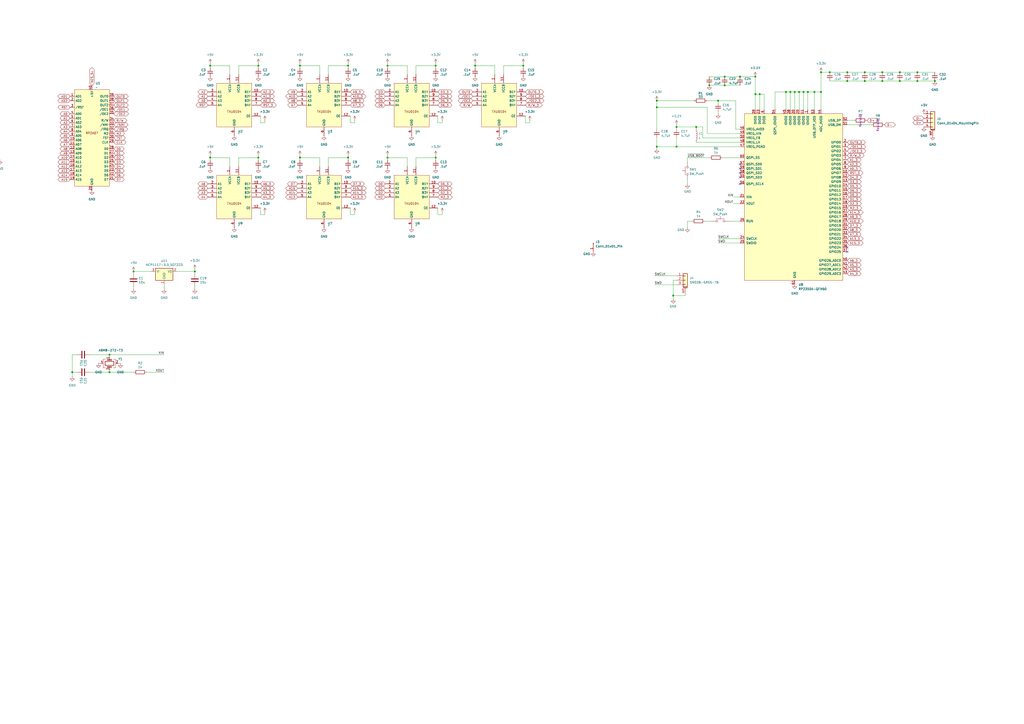
<source format=kicad_sch>
(kicad_sch (version 20250114) (generator "eeschema") (generator_version "9.0")
  (paper "A2")
  (junction (at 63.5 205.74))
  (junction (at 461.01 53.34))
  (junction (at 511.81 41.91))
  (junction (at 77.47 157.48))
  (junction (at 381 62.23))
  (junction (at 511.81 46.99))
  (junction (at 149.86 91.44))
  (junction (at 440.69 54.61))
  (junction (at 416.56 58.42))
  (junction (at 438.15 54.61))
  (junction (at 403.86 73.66))
  (junction (at 458.47 53.34))
  (junction (at 201.93 91.44))
  (junction (at 149.86 38.1))
  (junction (at 201.93 38.1))
  (junction (at 420.37 44.45))
  (junction (at 532.13 41.91))
  (junction (at -11.43 39.37))
  (junction (at 521.97 46.99))
  (junction (at 466.09 53.34))
  (junction (at 455.93 53.34))
  (junction (at 429.26 44.45))
  (junction (at 173.99 38.1))
  (junction (at 411.48 49.53))
  (junction (at 501.65 41.91))
  (junction (at 476.25 53.34))
  (junction (at 224.79 91.44))
  (junction (at 521.97 41.91))
  (junction (at 275.59 38.1))
  (junction (at 392.43 85.09))
  (junction (at 468.63 53.34))
  (junction (at 113.03 157.48))
  (junction (at 121.92 38.1))
  (junction (at 121.92 91.44))
  (junction (at 542.29 46.99))
  (junction (at 303.53 38.1))
  (junction (at 252.73 91.44))
  (junction (at 491.49 46.99))
  (junction (at 491.49 41.91))
  (junction (at 532.13 46.99))
  (junction (at 173.99 91.44))
  (junction (at 476.25 41.91))
  (junction (at 390.525 171.45))
  (junction (at 381 58.42))
  (junction (at 41.91 215.9))
  (junction (at 481.33 41.91))
  (junction (at 252.73 38.1))
  (junction (at 472.44 53.34))
  (junction (at 381 85.09))
  (junction (at 420.37 49.53))
  (junction (at 224.79 38.1))
  (junction (at 463.55 53.34))
  (junction (at 63.5 215.9))
  (junction (at 392.43 73.66))
  (junction (at 501.65 46.99))
  (junction (at 438.15 44.45))
  (no_connect (at 491.49 143.51))
  (no_connect (at 429.26 95.25))
  (no_connect (at 429.26 100.33))
  (no_connect (at 429.26 97.79))
  (no_connect (at 429.26 106.68))
  (no_connect (at 429.26 102.87))
  (no_connect (at 491.49 146.05))
  (wire (pts (xy 458.47 53.34) (xy 461.01 53.34)))
  (wire (pts (xy 205.74 71.12) (xy 205.74 69.85)))
  (wire (pts (xy 381 62.23) (xy 381 74.93)))
  (wire (pts (xy 443.23 63.5) (xy 443.23 54.61)))
  (wire (pts (xy 138.43 38.1) (xy 149.86 38.1)))
  (wire (pts (xy 190.5 91.44) (xy 190.5 96.52)))
  (wire (pts (xy 254 67.31) (xy 254 71.12)))
  (wire (pts (xy 390.525 171.45) (xy 390.525 173.355)))
  (wire (pts (xy 419.1 91.44) (xy 429.26 91.44)))
  (wire (pts (xy -11.43 39.37) (xy -11.43 41.91)))
  (wire (pts (xy 410.21 62.23) (xy 381 62.23)))
  (wire (pts (xy 408.94 128.27) (xy 412.75 128.27)))
  (wire (pts (xy 429.26 85.09) (xy 392.43 85.09)))
  (wire (pts (xy 121.92 38.1) (xy 121.92 39.37)))
  (wire (pts (xy 252.73 90.17) (xy 252.73 91.44)))
  (wire (pts (xy 466.09 63.5) (xy 466.09 53.34)))
  (wire (pts (xy 185.42 38.1) (xy 173.99 38.1)))
  (wire (pts (xy 443.23 54.61) (xy 440.69 54.61)))
  (wire (pts (xy 133.35 91.44) (xy 121.92 91.44)))
  (wire (pts (xy 287.02 38.1) (xy 287.02 43.18)))
  (wire (pts (xy 438.15 54.61) (xy 438.15 63.5)))
  (wire (pts (xy 416.56 64.77) (xy 416.56 66.04)))
  (wire (pts (xy 461.01 53.34) (xy 463.55 53.34)))
  (wire (pts (xy 203.2 67.31) (xy 203.2 71.12)))
  (wire (pts (xy 449.58 53.34) (xy 455.93 53.34)))
  (wire (pts (xy -11.43 92.71) (xy 0 92.71)))
  (wire (pts (xy 463.55 53.34) (xy 466.09 53.34)))
  (wire (pts (xy 41.91 215.9) (xy 41.91 218.44)))
  (wire (pts (xy 429.26 74.93) (xy 426.72 74.93)))
  (wire (pts (xy 138.43 91.44) (xy 149.86 91.44)))
  (wire (pts (xy 224.79 91.44) (xy 224.79 92.71)))
  (wire (pts (xy 236.22 38.1) (xy 236.22 43.18)))
  (wire (pts (xy 173.99 38.1) (xy 173.99 39.37)))
  (wire (pts (xy 379.73 165.1) (xy 392.43 165.1)))
  (wire (pts (xy 455.93 63.5) (xy 455.93 53.34)))
  (wire (pts (xy 307.34 71.12) (xy 307.34 69.85)))
  (wire (pts (xy 224.79 38.1) (xy 224.79 39.37)))
  (wire (pts (xy 476.25 41.91) (xy 476.25 53.34)))
  (wire (pts (xy 190.5 38.1) (xy 190.5 43.18)))
  (wire (pts (xy 241.3 91.44) (xy 252.73 91.44)))
  (wire (pts (xy 252.73 91.44) (xy 252.73 92.71)))
  (wire (pts (xy 381 80.01) (xy 381 85.09)))
  (wire (pts (xy 463.55 63.5) (xy 463.55 53.34)))
  (wire (pts (xy 292.1 38.1) (xy 303.53 38.1)))
  (wire (pts (xy 411.48 49.53) (xy 420.37 49.53)))
  (wire (pts (xy 416.56 138.43) (xy 429.26 138.43)))
  (wire (pts (xy 68.58 210.82) (xy 69.85 210.82)))
  (wire (pts (xy 44.45 215.9) (xy 41.91 215.9)))
  (wire (pts (xy 403.86 82.55) (xy 429.26 82.55)))
  (wire (pts (xy 254 120.65) (xy 254 124.46)))
  (wire (pts (xy 224.79 90.17) (xy 224.79 91.44)))
  (wire (pts (xy 426.72 58.42) (xy 416.56 58.42)))
  (wire (pts (xy 420.37 49.53) (xy 429.26 49.53)))
  (wire (pts (xy 407.67 73.66) (xy 407.67 80.01)))
  (wire (pts (xy 201.93 36.83) (xy 201.93 38.1)))
  (wire (pts (xy 173.99 90.17) (xy 173.99 91.44)))
  (wire (pts (xy 85.09 215.9) (xy 95.25 215.9)))
  (wire (pts (xy 511.81 41.91) (xy 521.97 41.91)))
  (wire (pts (xy 113.03 158.75) (xy 113.03 157.48)))
  (wire (pts (xy 398.78 91.44) (xy 398.78 93.98)))
  (wire (pts (xy 185.42 91.44) (xy 185.42 96.52)))
  (wire (pts (xy 407.67 73.66) (xy 403.86 73.66)))
  (wire (pts (xy 203.2 120.65) (xy 203.2 124.46)))
  (wire (pts (xy 398.78 104.14) (xy 398.78 106.68)))
  (wire (pts (xy 133.35 38.1) (xy 121.92 38.1)))
  (wire (pts (xy 275.59 38.1) (xy 275.59 39.37)))
  (wire (pts (xy 458.47 63.5) (xy 458.47 53.34)))
  (wire (pts (xy 381 85.09) (xy 381 86.36)))
  (wire (pts (xy 532.13 46.99) (xy 542.29 46.99)))
  (wire (pts (xy 472.44 63.5) (xy 472.44 53.34)))
  (wire (pts (xy 501.65 41.91) (xy 511.81 41.91)))
  (wire (pts (xy 472.44 53.34) (xy 476.25 53.34)))
  (wire (pts (xy 254 124.46) (xy 256.54 124.46)))
  (wire (pts (xy 149.86 36.83) (xy 149.86 38.1)))
  (wire (pts (xy 121.92 90.17) (xy 121.92 91.44)))
  (wire (pts (xy 426.72 58.42) (xy 426.72 74.93)))
  (wire (pts (xy 113.03 157.48) (xy 113.03 156.21)))
  (wire (pts (xy 411.48 44.45) (xy 420.37 44.45)))
  (wire (pts (xy 532.13 41.91) (xy 542.29 41.91)))
  (wire (pts (xy 41.91 205.74) (xy 41.91 215.9)))
  (wire (pts (xy 521.97 41.91) (xy 532.13 41.91)))
  (wire (pts (xy 422.91 128.27) (xy 429.26 128.27)))
  (wire (pts (xy 440.69 54.61) (xy 438.15 54.61)))
  (wire (pts (xy 57.15 210.82) (xy 58.42 210.82)))
  (wire (pts (xy 379.73 160.02) (xy 392.43 160.02)))
  (wire (pts (xy 241.3 38.1) (xy 241.3 43.18)))
  (wire (pts (xy 292.1 38.1) (xy 292.1 43.18)))
  (wire (pts (xy 303.53 36.83) (xy 303.53 38.1)))
  (wire (pts (xy 275.59 36.83) (xy 275.59 38.1)))
  (wire (pts (xy 466.09 53.34) (xy 468.63 53.34)))
  (wire (pts (xy 429.26 44.45) (xy 438.15 44.45)))
  (wire (pts (xy 87.63 157.48) (xy 77.47 157.48)))
  (wire (pts (xy 77.47 158.75) (xy 77.47 157.48)))
  (wire (pts (xy 236.22 38.1) (xy 224.79 38.1)))
  (wire (pts (xy 133.35 38.1) (xy 133.35 43.18)))
  (wire (pts (xy 190.5 38.1) (xy 201.93 38.1)))
  (wire (pts (xy 173.99 36.83) (xy 173.99 38.1)))
  (wire (pts (xy 501.65 46.99) (xy 511.81 46.99)))
  (wire (pts (xy 461.01 63.5) (xy 461.01 53.34)))
  (wire (pts (xy 397.51 170.18) (xy 397.51 171.45)))
  (wire (pts (xy 185.42 38.1) (xy 185.42 43.18)))
  (wire (pts (xy 252.73 36.83) (xy 252.73 38.1)))
  (wire (pts (xy 151.13 67.31) (xy 151.13 71.12)))
  (wire (pts (xy 44.45 205.74) (xy 41.91 205.74)))
  (wire (pts (xy 411.48 91.44) (xy 398.78 91.44)))
  (wire (pts (xy 151.13 71.12) (xy 153.67 71.12)))
  (wire (pts (xy 241.3 91.44) (xy 241.3 96.52)))
  (wire (pts (xy 390.525 171.45) (xy 397.51 171.45)))
  (wire (pts (xy 410.21 58.42) (xy 416.56 58.42)))
  (wire (pts (xy 203.2 71.12) (xy 205.74 71.12)))
  (wire (pts (xy 77.47 166.37) (xy 77.47 167.64)))
  (wire (pts (xy 381 85.09) (xy 392.43 85.09)))
  (wire (pts (xy 429.26 77.47) (xy 410.21 77.47)))
  (wire (pts (xy 241.3 38.1) (xy 252.73 38.1)))
  (wire (pts (xy 392.43 73.66) (xy 392.43 74.93)))
  (wire (pts (xy 63.5 207.01) (xy 63.5 205.74)))
  (wire (pts (xy 481.33 41.91) (xy 491.49 41.91)))
  (wire (pts (xy 440.69 63.5) (xy 440.69 54.61)))
  (wire (pts (xy 236.22 91.44) (xy 224.79 91.44)))
  (wire (pts (xy 287.02 38.1) (xy 275.59 38.1)))
  (wire (pts (xy 256.54 71.12) (xy 256.54 69.85)))
  (wire (pts (xy 392.43 85.09) (xy 392.43 80.01)))
  (wire (pts (xy 153.67 124.46) (xy 153.67 123.19)))
  (wire (pts (xy 133.35 91.44) (xy 133.35 96.52)))
  (wire (pts (xy 304.8 67.31) (xy 304.8 71.12)))
  (wire (pts (xy 491.49 72.39) (xy 505.46 72.39)))
  (wire (pts (xy 63.5 205.74) (xy 95.25 205.74)))
  (wire (pts (xy 521.97 46.99) (xy 532.13 46.99)))
  (wire (pts (xy 304.8 71.12) (xy 307.34 71.12)))
  (wire (pts (xy 401.32 128.27) (xy 398.78 128.27)))
  (wire (pts (xy 63.5 214.63) (xy 63.5 215.9)))
  (wire (pts (xy 392.43 73.66) (xy 392.43 72.39)))
  (wire (pts (xy 481.33 46.99) (xy 491.49 46.99)))
  (wire (pts (xy 201.93 38.1) (xy 201.93 39.37)))
  (wire (pts (xy 52.07 215.9) (xy 63.5 215.9)))
  (wire (pts (xy 102.87 157.48) (xy 113.03 157.48)))
  (wire (pts (xy 149.86 38.1) (xy 149.86 39.37)))
  (wire (pts (xy 390.525 162.56) (xy 390.525 171.45)))
  (wire (pts (xy 491.49 41.91) (xy 501.65 41.91)))
  (wire (pts (xy 403.86 73.66) (xy 403.86 74.93)))
  (wire (pts (xy 95.25 165.1) (xy 95.25 167.64)))
  (wire (pts (xy 205.74 124.46) (xy 205.74 123.19)))
  (wire (pts (xy 236.22 91.44) (xy 236.22 96.52)))
  (wire (pts (xy 63.5 215.9) (xy 77.47 215.9)))
  (wire (pts (xy 224.79 36.83) (xy 224.79 38.1)))
  (wire (pts (xy 468.63 63.5) (xy 468.63 53.34)))
  (wire (pts (xy 138.43 91.44) (xy 138.43 96.52)))
  (wire (pts (xy 153.67 71.12) (xy 153.67 69.85)))
  (wire (pts (xy 381 58.42) (xy 381 62.23)))
  (wire (pts (xy 113.03 166.37) (xy 113.03 167.64)))
  (wire (pts (xy 121.92 36.83) (xy 121.92 38.1)))
  (wire (pts (xy 491.49 69.85) (xy 495.3 69.85)))
  (wire (pts (xy 438.15 44.45) (xy 438.15 54.61)))
  (wire (pts (xy 149.86 91.44) (xy 149.86 92.71)))
  (wire (pts (xy 511.81 46.99) (xy 521.97 46.99)))
  (wire (pts (xy 254 71.12) (xy 256.54 71.12)))
  (wire (pts (xy 190.5 91.44) (xy 201.93 91.44)))
  (wire (pts (xy -11.43 38.1) (xy -2.54 38.1)))
  (wire (pts (xy 425.45 114.3) (xy 429.26 114.3)))
  (wire (pts (xy 476.25 53.34) (xy 476.25 63.5)))
  (wire (pts (xy 455.93 53.34) (xy 458.47 53.34)))
  (wire (pts (xy 468.63 53.34) (xy 472.44 53.34)))
  (wire (pts (xy 52.07 205.74) (xy 63.5 205.74)))
  (wire (pts (xy 151.13 120.65) (xy 151.13 124.46)))
  (wire (pts (xy 491.49 46.99) (xy 501.65 46.99)))
  (wire (pts (xy 173.99 91.44) (xy 173.99 92.71)))
  (wire (pts (xy 403.86 73.66) (xy 392.43 73.66)))
  (wire (pts (xy 425.45 118.11) (xy 429.26 118.11)))
  (wire (pts (xy 252.73 38.1) (xy 252.73 39.37)))
  (wire (pts (xy -11.43 39.37) (xy -11.43 38.1)))
  (wire (pts (xy 416.56 58.42) (xy 416.56 59.69)))
  (wire (pts (xy 256.54 124.46) (xy 256.54 123.19)))
  (wire (pts (xy 138.43 38.1) (xy 138.43 43.18)))
  (wire (pts (xy 420.37 44.45) (xy 429.26 44.45)))
  (wire (pts (xy 149.86 90.17) (xy 149.86 91.44)))
  (wire (pts (xy 203.2 124.46) (xy 205.74 124.46)))
  (wire (pts (xy 151.13 124.46) (xy 153.67 124.46)))
  (wire (pts (xy 201.93 90.17) (xy 201.93 91.44)))
  (wire (pts (xy 398.78 128.27) (xy 398.78 132.08)))
  (wire (pts (xy 121.92 91.44) (xy 121.92 92.71)))
  (wire (pts (xy 429.26 80.01) (xy 407.67 80.01)))
  (wire (pts (xy 410.21 62.23) (xy 410.21 77.47)))
  (wire (pts (xy 185.42 91.44) (xy 173.99 91.44)))
  (wire (pts (xy 201.93 91.44) (xy 201.93 92.71)))
  (wire (pts (xy 449.58 63.5) (xy 449.58 53.34)))
  (wire (pts (xy 392.43 162.56) (xy 390.525 162.56)))
  (wire (pts (xy 481.33 41.91) (xy 476.25 41.91)))
  (wire (pts (xy 416.56 140.97) (xy 429.26 140.97)))
  (wire (pts (xy 303.53 38.1) (xy 303.53 39.37)))
  (wire (pts (xy 381 58.42) (xy 402.59 58.42)))
  (label "SWD" (at 416.56 140.97 0))
  (label "XOUT" (at 95.25 215.9 180))
  (label "SWCLK" (at 416.56 138.43 0))
  (label "SWCLK" (at 379.73 160.02 0))
  (label "SWD" (at 379.73 165.1 0))
  (label "XIN" (at 425.45 114.3 180))
  (label "~{USB_BOOT}" (at 398.78 91.44 0))
  (label "XIN" (at 95.25 205.74 180))
  (label "XOUT" (at 425.45 118.11 180))
  (global_label "OUT0_3" (shape bidirectional) (at 304.8 53.34 0) (property "Intersheetrefs" "${INTERSHEET_REFS}" (effects (hide yes))))
  (global_label "CLK" (shape bidirectional) (at 66.04 82.55 0) (property "Intersheetrefs" "${INTERSHEET_REFS}" (effects (hide yes))))
  (global_label "D3" (shape bidirectional) (at -11.43 105.41 0) (property "Intersheetrefs" "${INTERSHEET_REFS}" (effects (hide yes))))
  (global_label "M2" (shape bidirectional) (at 66.04 77.47 0) (property "Intersheetrefs" "${INTERSHEET_REFS}" (effects (hide yes))))
  (global_label "D5" (shape bidirectional) (at -11.43 100.33 0) (property "Intersheetrefs" "${INTERSHEET_REFS}" (effects (hide yes))))
  (global_label "A15" (shape bidirectional) (at 172.72 109.22 180) (property "Intersheetrefs" "${INTERSHEET_REFS}" (effects (hide yes))))
  (global_label "D7" (shape bidirectional) (at 172.72 106.68 180) (property "Intersheetrefs" "${INTERSHEET_REFS}" (effects (hide yes))))
  (global_label "A6" (shape bidirectional) (at 120.65 106.68 180) (property "Intersheetrefs" "${INTERSHEET_REFS}" (effects (hide yes))))
  (global_label "{slash}OE1" (shape bidirectional) (at 274.32 55.88 180) (property "Intersheetrefs" "${INTERSHEET_REFS}" (effects (hide yes))))
  (global_label "A0_3" (shape bidirectional) (at 151.13 58.42 0) (property "Intersheetrefs" "${INTERSHEET_REFS}" (effects (hide yes))))
  (global_label "D2" (shape bidirectional) (at -11.43 107.95 0) (property "Intersheetrefs" "${INTERSHEET_REFS}" (effects (hide yes))))
  (global_label "OUT0" (shape bidirectional) (at 66.04 55.88 0) (property "Intersheetrefs" "${INTERSHEET_REFS}" (effects (hide yes))))
  (global_label "A7" (shape bidirectional) (at 40.64 83.82 180) (property "Intersheetrefs" "${INTERSHEET_REFS}" (effects (hide yes))))
  (global_label "A13" (shape bidirectional) (at 172.72 114.3 180) (property "Intersheetrefs" "${INTERSHEET_REFS}" (effects (hide yes))))
  (global_label "A13_3" (shape bidirectional) (at 203.2 114.3 0) (property "Intersheetrefs" "${INTERSHEET_REFS}" (effects (hide yes))))
  (global_label "{slash}NMI" (shape bidirectional) (at 66.04 72.39 0) (property "Intersheetrefs" "${INTERSHEET_REFS}" (effects (hide yes))))
  (global_label "A7" (shape bidirectional) (at -11.43 69.85 0) (property "Intersheetrefs" "${INTERSHEET_REFS}" (effects (hide yes))))
  (global_label "A2_3" (shape bidirectional) (at 151.13 53.34 0) (property "Intersheetrefs" "${INTERSHEET_REFS}" (effects (hide yes))))
  (global_label "D-" (shape bidirectional) (at 535.94 68.58 180) (property "Intersheetrefs" "${INTERSHEET_REFS}" (effects (hide yes))))
  (global_label "{slash}OE1" (shape bidirectional) (at -11.43 133.35 0) (property "Intersheetrefs" "${INTERSHEET_REFS}" (effects (hide yes))))
  (global_label "A0" (shape bidirectional) (at 40.64 66.04 180) (property "Intersheetrefs" "${INTERSHEET_REFS}" (effects (hide yes))))
  (global_label "A8" (shape bidirectional) (at 40.64 86.36 180) (property "Intersheetrefs" "${INTERSHEET_REFS}" (effects (hide yes))))
  (global_label "D7_3" (shape bidirectional) (at 491.49 130.81 0) (property "Intersheetrefs" "${INTERSHEET_REFS}" (effects (hide yes))))
  (global_label "A0_3" (shape bidirectional) (at 491.49 97.79 0) (property "Intersheetrefs" "${INTERSHEET_REFS}" (effects (hide yes))))
  (global_label "AD2" (shape bidirectional) (at 40.64 58.42 180) (property "Intersheetrefs" "${INTERSHEET_REFS}" (effects (hide yes))))
  (global_label "A11" (shape bidirectional) (at 40.64 93.98 180) (property "Intersheetrefs" "${INTERSHEET_REFS}" (effects (hide yes))))
  (global_label "{slash}OE2" (shape bidirectional) (at 274.32 58.42 180) (property "Intersheetrefs" "${INTERSHEET_REFS}" (effects (hide yes))))
  (global_label "A6_3" (shape bidirectional) (at 151.13 106.68 0) (property "Intersheetrefs" "${INTERSHEET_REFS}" (effects (hide yes))))
  (global_label "D5" (shape bidirectional) (at 223.52 58.42 180) (property "Intersheetrefs" "${INTERSHEET_REFS}" (effects (hide yes))))
  (global_label "A9" (shape bidirectional) (at -11.43 74.93 0) (property "Intersheetrefs" "${INTERSHEET_REFS}" (effects (hide yes))))
  (global_label "OUT2" (shape bidirectional) (at 66.04 60.96 0) (property "Intersheetrefs" "${INTERSHEET_REFS}" (effects (hide yes))))
  (global_label "M2" (shape bidirectional) (at 223.52 114.3 180) (property "Intersheetrefs" "${INTERSHEET_REFS}" (effects (hide yes))))
  (global_label "A13" (shape bidirectional) (at -11.43 85.09 0) (property "Intersheetrefs" "${INTERSHEET_REFS}" (effects (hide yes))))
  (global_label "A15_3" (shape bidirectional) (at 491.49 140.97 0) (property "Intersheetrefs" "${INTERSHEET_REFS}" (effects (hide yes))))
  (global_label "D4" (shape bidirectional) (at 66.04 96.52 0) (property "Intersheetrefs" "${INTERSHEET_REFS}" (effects (hide yes))))
  (global_label "{slash}OE2_3" (shape bidirectional) (at 491.49 87.63 0) (property "Intersheetrefs" "${INTERSHEET_REFS}" (effects (hide yes))))
  (global_label "{slash}OE2" (shape bidirectional) (at 66.04 66.04 0) (property "Intersheetrefs" "${INTERSHEET_REFS}" (effects (hide yes))))
  (global_label "A8" (shape bidirectional) (at -11.43 72.39 0) (property "Intersheetrefs" "${INTERSHEET_REFS}" (effects (hide yes))))
  (global_label "D6" (shape bidirectional) (at 66.04 101.6 0) (property "Intersheetrefs" "${INTERSHEET_REFS}" (effects (hide yes))))
  (global_label "A14_3" (shape bidirectional) (at 491.49 123.19 0) (property "Intersheetrefs" "${INTERSHEET_REFS}" (effects (hide yes))))
  (global_label "A3_3" (shape bidirectional) (at 491.49 156.21 0) (property "Intersheetrefs" "${INTERSHEET_REFS}" (effects (hide yes))))
  (global_label "A14" (shape bidirectional) (at 40.64 101.6 180) (property "Intersheetrefs" "${INTERSHEET_REFS}" (effects (hide yes))))
  (global_label "D4_3" (shape bidirectional) (at 491.49 102.87 0) (property "Intersheetrefs" "${INTERSHEET_REFS}" (effects (hide yes))))
  (global_label "D5_3" (shape bidirectional) (at 491.49 107.95 0) (property "Intersheetrefs" "${INTERSHEET_REFS}" (effects (hide yes))))
  (global_label "M2_3" (shape bidirectional) (at 491.49 120.65 0) (property "Intersheetrefs" "${INTERSHEET_REFS}" (effects (hide yes))))
  (global_label "A9" (shape bidirectional) (at 40.64 88.9 180) (property "Intersheetrefs" "${INTERSHEET_REFS}" (effects (hide yes))))
  (global_label "D4" (shape bidirectional) (at 223.52 55.88 180) (property "Intersheetrefs" "${INTERSHEET_REFS}" (effects (hide yes))))
  (global_label "D0" (shape bidirectional) (at -11.43 113.03 0) (property "Intersheetrefs" "${INTERSHEET_REFS}" (effects (hide yes))))
  (global_label "D1_3" (shape bidirectional) (at 491.49 115.57 0) (property "Intersheetrefs" "${INTERSHEET_REFS}" (effects (hide yes))))
  (global_label "D5" (shape bidirectional) (at 66.04 99.06 0) (property "Intersheetrefs" "${INTERSHEET_REFS}" (effects (hide yes))))
  (global_label "A12" (shape bidirectional) (at -11.43 82.55 0) (property "Intersheetrefs" "${INTERSHEET_REFS}" (effects (hide yes))))
  (global_label "RST" (shape bidirectional) (at 40.64 62.23 180) (property "Intersheetrefs" "${INTERSHEET_REFS}" (effects (hide yes))))
  (global_label "A5_3" (shape bidirectional) (at 491.49 153.67 0) (property "Intersheetrefs" "${INTERSHEET_REFS}" (effects (hide yes))))
  (global_label "A3" (shape bidirectional) (at 120.65 111.76 180) (property "Intersheetrefs" "${INTERSHEET_REFS}" (effects (hide yes))))
  (global_label "{slash}NMI" (shape bidirectional) (at -11.43 125.73 0) (property "Intersheetrefs" "${INTERSHEET_REFS}" (effects (hide yes))))
  (global_label "D0" (shape bidirectional) (at 66.04 86.36 0) (property "Intersheetrefs" "${INTERSHEET_REFS}" (effects (hide yes))))
  (global_label "A9_3" (shape bidirectional) (at 491.49 125.73 0) (property "Intersheetrefs" "${INTERSHEET_REFS}" (effects (hide yes))))
  (global_label "D6" (shape bidirectional) (at 223.52 60.96 180) (property "Intersheetrefs" "${INTERSHEET_REFS}" (effects (hide yes))))
  (global_label "A14" (shape bidirectional) (at -11.43 87.63 0) (property "Intersheetrefs" "${INTERSHEET_REFS}" (effects (hide yes))))
  (global_label "A4" (shape bidirectional) (at -11.43 62.23 0) (property "Intersheetrefs" "${INTERSHEET_REFS}" (effects (hide yes))))
  (global_label "A2_3" (shape bidirectional) (at 491.49 95.25 0) (property "Intersheetrefs" "${INTERSHEET_REFS}" (effects (hide yes))))
  (global_label "D6_3" (shape bidirectional) (at 254 60.96 0) (property "Intersheetrefs" "${INTERSHEET_REFS}" (effects (hide yes))))
  (global_label "A3" (shape bidirectional) (at 40.64 73.66 180) (property "Intersheetrefs" "${INTERSHEET_REFS}" (effects (hide yes))))
  (global_label "R{slash}W_3" (shape bidirectional) (at 491.49 90.17 0) (property "Intersheetrefs" "${INTERSHEET_REFS}" (effects (hide yes))))
  (global_label "RST" (shape bidirectional) (at -11.43 49.53 0) (property "Intersheetrefs" "${INTERSHEET_REFS}" (effects (hide yes))))
  (global_label "TST" (shape bidirectional) (at 66.04 80.01 0) (property "Intersheetrefs" "${INTERSHEET_REFS}" (effects (hide yes))))
  (global_label "R{slash}W" (shape bidirectional) (at 274.32 60.96 180) (property "Intersheetrefs" "${INTERSHEET_REFS}" (effects (hide yes))))
  (global_label "A3_3" (shape bidirectional) (at 151.13 111.76 0) (property "Intersheetrefs" "${INTERSHEET_REFS}" (effects (hide yes))))
  (global_label "D-" (shape bidirectional) (at 513.08 72.39 0) (property "Intersheetrefs" "${INTERSHEET_REFS}" (effects (hide yes))))
  (global_label "A9" (shape bidirectional) (at 172.72 53.34 180) (property "Intersheetrefs" "${INTERSHEET_REFS}" (effects (hide yes))))
  (global_label "A7" (shape bidirectional) (at 172.72 60.96 180) (property "Intersheetrefs" "${INTERSHEET_REFS}" (effects (hide yes))))
  (global_label "A5" (shape bidirectional) (at 40.64 78.74 180) (property "Intersheetrefs" "${INTERSHEET_REFS}" (effects (hide yes))))
  (global_label "NES_5v" (shape bidirectional) (at 53.34 49.53 90) (property "Intersheetrefs" "${INTERSHEET_REFS}" (effects (hide yes))))
  (global_label "D1_3" (shape bidirectional) (at 254 109.22 0) (property "Intersheetrefs" "${INTERSHEET_REFS}" (effects (hide yes))))
  (global_label "A7_3" (shape bidirectional) (at 203.2 60.96 0) (property "Intersheetrefs" "${INTERSHEET_REFS}" (effects (hide yes))))
  (global_label "D7_3" (shape bidirectional) (at 203.2 106.68 0) (property "Intersheetrefs" "${INTERSHEET_REFS}" (effects (hide yes))))
  (global_label "{slash}OE2_3" (shape bidirectional) (at 304.8 58.42 0) (property "Intersheetrefs" "${INTERSHEET_REFS}" (effects (hide yes))))
  (global_label "D0_3" (shape bidirectional) (at 491.49 113.03 0) (property "Intersheetrefs" "${INTERSHEET_REFS}" (effects (hide yes))))
  (global_label "A10" (shape bidirectional) (at -11.43 77.47 0) (property "Intersheetrefs" "${INTERSHEET_REFS}" (effects (hide yes))))
  (global_label "{slash}OE1_3" (shape bidirectional) (at 491.49 85.09 0) (property "Intersheetrefs" "${INTERSHEET_REFS}" (effects (hide yes))))
  (global_label "D1" (shape bidirectional) (at 223.52 109.22 180) (property "Intersheetrefs" "${INTERSHEET_REFS}" (effects (hide yes))))
  (global_label "D+" (shape bidirectional) (at 535.94 71.12 180) (property "Intersheetrefs" "${INTERSHEET_REFS}" (effects (hide yes))))
  (global_label "D0_3" (shape bidirectional) (at 254 106.68 0) (property "Intersheetrefs" "${INTERSHEET_REFS}" (effects (hide yes))))
  (global_label "RST" (shape bidirectional) (at 120.65 60.96 180) (property "Intersheetrefs" "${INTERSHEET_REFS}" (effects (hide yes))))
  (global_label "A4" (shape bidirectional) (at 40.64 76.2 180) (property "Intersheetrefs" "${INTERSHEET_REFS}" (effects (hide yes))))
  (global_label "A5" (shape bidirectional) (at -11.43 64.77 0) (property "Intersheetrefs" "${INTERSHEET_REFS}" (effects (hide yes))))
  (global_label "A15" (shape bidirectional) (at 40.64 104.14 180) (property "Intersheetrefs" "${INTERSHEET_REFS}" (effects (hide yes))))
  (global_label "{slash}OE1" (shape bidirectional) (at 66.04 63.5 0) (property "Intersheetrefs" "${INTERSHEET_REFS}" (effects (hide yes))))
  (global_label "D7" (shape bidirectional) (at 66.04 104.14 0) (property "Intersheetrefs" "${INTERSHEET_REFS}" (effects (hide yes))))
  (global_label "A11" (shape bidirectional) (at -11.43 80.01 0) (property "Intersheetrefs" "${INTERSHEET_REFS}" (effects (hide yes))))
  (global_label "{slash}OE2" (shape bidirectional) (at -11.43 130.81 0) (property "Intersheetrefs" "${INTERSHEET_REFS}" (effects (hide yes))))
  (global_label "A6" (shape bidirectional) (at 40.64 81.28 180) (property "Intersheetrefs" "${INTERSHEET_REFS}" (effects (hide yes))))
  (global_label "A15_3" (shape bidirectional) (at 203.2 109.22 0) (property "Intersheetrefs" "${INTERSHEET_REFS}" (effects (hide yes))))
  (global_label "OUT0_3" (shape bidirectional) (at 491.49 82.55 0) (property "Intersheetrefs" "${INTERSHEET_REFS}" (effects (hide yes))))
  (global_label "{slash}OE1_3" (shape bidirectional) (at 304.8 55.88 0) (property "Intersheetrefs" "${INTERSHEET_REFS}" (effects (hide yes))))
  (global_label "D7" (shape bidirectional) (at -11.43 95.25 0) (property "Intersheetrefs" "${INTERSHEET_REFS}" (effects (hide yes))))
  (global_label "D3" (shape bidirectional) (at 223.52 53.34 180) (property "Intersheetrefs" "${INTERSHEET_REFS}" (effects (hide yes))))
  (global_label "A4_3" (shape bidirectional) (at 491.49 158.75 0) (property "Intersheetrefs" "${INTERSHEET_REFS}" (effects (hide yes))))
  (global_label "D4_3" (shape bidirectional) (at 254 55.88 0) (property "Intersheetrefs" "${INTERSHEET_REFS}" (effects (hide yes))))
  (global_label "A6_3" (shape bidirectional) (at 491.49 151.13 0) (property "Intersheetrefs" "${INTERSHEET_REFS}" (effects (hide yes))))
  (global_label "D2_3" (shape bidirectional) (at 491.49 118.11 0) (property "Intersheetrefs" "${INTERSHEET_REFS}" (effects (hide yes))))
  (global_label "OUT0" (shape bidirectional) (at -11.43 140.97 0) (property "Intersheetrefs" "${INTERSHEET_REFS}" (effects (hide yes))))
  (global_label "CLK" (shape bidirectional) (at -11.43 115.57 0) (property "Intersheetrefs" "${INTERSHEET_REFS}" (effects (hide yes))))
  (global_label "A5_3" (shape bidirectional) (at 151.13 109.22 0) (property "Intersheetrefs" "${INTERSHEET_REFS}" (effects (hide yes))))
  (global_label "D1" (shape bidirectional) (at 66.04 88.9 0) (property "Intersheetrefs" "${INTERSHEET_REFS}" (effects (hide yes))))
  (global_label "OUT1" (shape bidirectional) (at -11.43 138.43 0) (property "Intersheetrefs" "${INTERSHEET_REFS}" (effects (hide yes))))
  (global_label "A4_3" (shape bidirectional) (at 151.13 114.3 0) (property "Intersheetrefs" "${INTERSHEET_REFS}" (effects (hide yes))))
  (global_label "A2" (shape bidirectional) (at 120.65 53.34 180) (property "Intersheetrefs" "${INTERSHEET_REFS}" (effects (hide yes))))
  (global_label "A8_3" (shape bidirectional) (at 203.2 58.42 0) (property "Intersheetrefs" "${INTERSHEET_REFS}" (effects (hide yes))))
  (global_label "A0" (shape bidirectional) (at 120.65 58.42 180) (property "Intersheetrefs" "${INTERSHEET_REFS}" (effects (hide yes))))
  (global_label "A13" (shape bidirectional) (at 40.64 99.06 180) (property "Intersheetrefs" "${INTERSHEET_REFS}" (effects (hide yes))))
  (global_label "A6" (shape bidirectional) (at -11.43 67.31 0) (property "Intersheetrefs" "${INTERSHEET_REFS}" (effects (hide yes))))
  (global_label "A0" (shape bidirectional) (at -11.43 52.07 0) (property "Intersheetrefs" "${INTERSHEET_REFS}" (effects (hide yes))))
  (global_label "D4" (shape bidirectional) (at -11.43 102.87 0) (property "Intersheetrefs" "${INTERSHEET_REFS}" (effects (hide yes))))
  (global_label "A12" (shape bidirectional) (at 40.64 96.52 180) (property "Intersheetrefs" "${INTERSHEET_REFS}" (effects (hide yes))))
  (global_label "A3" (shape bidirectional) (at -11.43 59.69 0) (property "Intersheetrefs" "${INTERSHEET_REFS}" (effects (hide yes))))
  (global_label "RST_3" (shape bidirectional) (at 491.49 100.33 0) (property "Intersheetrefs" "${INTERSHEET_REFS}" (effects (hide yes))))
  (global_label "A10_3" (shape bidirectional) (at 491.49 128.27 0) (property "Intersheetrefs" "${INTERSHEET_REFS}" (effects (hide yes))))
  (global_label "{slash}IRQ" (shape bidirectional) (at -11.43 123.19 0) (property "Intersheetrefs" "${INTERSHEET_REFS}" (effects (hide yes))))
  (global_label "A10" (shape bidirectional) (at 40.64 91.44 180) (property "Intersheetrefs" "${INTERSHEET_REFS}" (effects (hide yes))))
  (global_label "A1" (shape bidirectional) (at -11.43 54.61 0) (property "Intersheetrefs" "${INTERSHEET_REFS}" (effects (hide yes))))
  (global_label "D3" (shape bidirectional) (at 66.04 93.98 0) (property "Intersheetrefs" "${INTERSHEET_REFS}" (effects (hide yes))))
  (global_label "A14_3" (shape bidirectional) (at 203.2 111.76 0) (property "Intersheetrefs" "${INTERSHEET_REFS}" (effects (hide yes))))
  (global_label "A14" (shape bidirectional) (at 172.72 111.76 180) (property "Intersheetrefs" "${INTERSHEET_REFS}" (effects (hide yes))))
  (global_label "OUT0" (shape bidirectional) (at 274.32 53.34 180) (property "Intersheetrefs" "${INTERSHEET_REFS}" (effects (hide yes))))
  (global_label "A1_3" (shape bidirectional) (at 151.13 55.88 0) (property "Intersheetrefs" "${INTERSHEET_REFS}" (effects (hide yes))))
  (global_label "OUT2" (shape bidirectional) (at -11.43 135.89 0) (property "Intersheetrefs" "${INTERSHEET_REFS}" (effects (hide yes))))
  (global_label "M2_3" (shape bidirectional) (at 254 114.3 0) (property "Intersheetrefs" "${INTERSHEET_REFS}" (effects (hide yes))))
  (global_label "D2" (shape bidirectional) (at 66.04 91.44 0) (property "Intersheetrefs" "${INTERSHEET_REFS}" (effects (hide yes))))
  (global_label "A15" (shape bidirectional) (at -11.43 90.17 0) (property "Intersheetrefs" "${INTERSHEET_REFS}" (effects (hide yes))))
  (global_label "D0" (shape bidirectional) (at 223.52 106.68 180) (property "Intersheetrefs" "${INTERSHEET_REFS}" (effects (hide yes))))
  (global_label "A13_3" (shape bidirectional) (at 491.49 138.43 0) (property "Intersheetrefs" "${INTERSHEET_REFS}" (effects (hide yes))))
  (global_label "D3_3" (shape bidirectional) (at 491.49 105.41 0) (property "Intersheetrefs" "${INTERSHEET_REFS}" (effects (hide yes))))
  (global_label "AD1" (shape bidirectional) (at -11.43 44.45 0) (property "Intersheetrefs" "${INTERSHEET_REFS}" (effects (hide yes))))
  (global_label "A10_3" (shape bidirectional) (at 203.2 55.88 0) (property "Intersheetrefs" "${INTERSHEET_REFS}" (effects (hide yes))))
  (global_label "OUT1" (shape bidirectional) (at 66.04 58.42 0) (property "Intersheetrefs" "${INTERSHEET_REFS}" (effects (hide yes))))
  (global_label "A2" (shape bidirectional) (at -11.43 57.15 0) (property "Intersheetrefs" "${INTERSHEET_REFS}" (effects (hide yes))))
  (global_label "R{slash}W_3" (shape bidirectional) (at 304.8 60.96 0) (property "Intersheetrefs" "${INTERSHEET_REFS}" (effects (hide yes))))
  (global_label "A7_3" (shape bidirectional) (at 491.49 135.89 0) (property "Intersheetrefs" "${INTERSHEET_REFS}" (effects (hide yes))))
  (global_label "A9_3" (shape bidirectional) (at 203.2 53.34 0) (property "Intersheetrefs" "${INTERSHEET_REFS}" (effects (hide yes))))
  (global_label "A8_3" (shape bidirectional) (at 491.49 133.35 0) (property "Intersheetrefs" "${INTERSHEET_REFS}" (effects (hide yes))))
  (global_label "A10" (shape bidirectional) (at 172.72 55.88 180) (property "Intersheetrefs" "${INTERSHEET_REFS}" (effects (hide yes))))
  (global_label "D2_3" (shape bidirectional) (at 254 111.76 0) (property "Intersheetrefs" "${INTERSHEET_REFS}" (effects (hide yes))))
  (global_label "D+" (shape bidirectional) (at 502.92 69.85 0) (property "Intersheetrefs" "${INTERSHEET_REFS}" (effects (hide yes))))
  (global_label "A4" (shape bidirectional) (at 120.65 114.3 180) (property "Intersheetrefs" "${INTERSHEET_REFS}" (effects (hide yes))))
  (global_label "R{slash}W" (shape bidirectional) (at 66.04 69.85 0) (property "Intersheetrefs" "${INTERSHEET_REFS}" (effects (hide yes))))
  (global_label "A5" (shape bidirectional) (at 120.65 109.22 180) (property "Intersheetrefs" "${INTERSHEET_REFS}" (effects (hide yes))))
  (global_label "M2" (shape bidirectional) (at -11.43 120.65 0) (property "Intersheetrefs" "${INTERSHEET_REFS}" (effects (hide yes))))
  (global_label "A2" (shape bidirectional) (at 40.64 71.12 180) (property "Intersheetrefs" "${INTERSHEET_REFS}" (effects (hide yes))))
  (global_label "TST" (shape bidirectional) (at -11.43 118.11 0) (property "Intersheetrefs" "${INTERSHEET_REFS}" (effects (hide yes))))
  (global_label "D6" (shape bidirectional) (at -11.43 97.79 0) (property "Intersheetrefs" "${INTERSHEET_REFS}" (effects (hide yes))))
  (global_label "A1" (shape bidirectional) (at 120.65 55.88 180) (property "Intersheetrefs" "${INTERSHEET_REFS}" (effects (hide yes))))
  (global_label "AD2" (shape bidirectional) (at -11.43 46.99 0) (property "Intersheetrefs" "${INTERSHEET_REFS}" (effects (hide yes))))
  (global_label "D3_3" (shape bidirectional) (at 254 53.34 0) (property "Intersheetrefs" "${INTERSHEET_REFS}" (effects (hide yes))))
  (global_label "NES_5v" (shape bidirectional) (at -11.43 143.51 0) (property "Intersheetrefs" "${INTERSHEET_REFS}" (effects (hide yes))))
  (global_label "{slash}IRQ" (shape bidirectional) (at 66.04 74.93 0) (property "Intersheetrefs" "${INTERSHEET_REFS}" (effects (hide yes))))
  (global_label "D5_3" (shape bidirectional) (at 254 58.42 0) (property "Intersheetrefs" "${INTERSHEET_REFS}" (effects (hide yes))))
  (global_label "A1" (shape bidirectional) (at 40.64 68.58 180) (property "Intersheetrefs" "${INTERSHEET_REFS}" (effects (hide yes))))
  (global_label "A8" (shape bidirectional) (at 172.72 58.42 180) (property "Intersheetrefs" "${INTERSHEET_REFS}" (effects (hide yes))))
  (global_label "D2" (shape bidirectional) (at 223.52 111.76 180) (property "Intersheetrefs" "${INTERSHEET_REFS}" (effects (hide yes))))
  (global_label "RST_3" (shape bidirectional) (at 151.13 60.96 0) (property "Intersheetrefs" "${INTERSHEET_REFS}" (effects (hide yes))))
  (global_label "R{slash}W" (shape bidirectional) (at -11.43 128.27 0) (property "Intersheetrefs" "${INTERSHEET_REFS}" (effects (hide yes))))
  (global_label "D6_3" (shape bidirectional) (at 491.49 110.49 0) (property "Intersheetrefs" "${INTERSHEET_REFS}" (effects (hide yes))))
  (global_label "AD1" (shape bidirectional) (at 40.64 55.88 180) (property "Intersheetrefs" "${INTERSHEET_REFS}" (effects (hide yes))))
  (global_label "A1_3" (shape bidirectional) (at 491.49 92.71 0) (property "Intersheetrefs" "${INTERSHEET_REFS}" (effects (hide yes))))
  (global_label "D1" (shape bidirectional) (at -11.43 110.49 0) (property "Intersheetrefs" "${INTERSHEET_REFS}" (effects (hide yes))))
  (symbol (lib_id "Device:R") (at 499.11 69.85 270) (unit 1)
    (property "Reference" "R7" (at 499.11 64.5922 90))
    (property "Value" "27" (at 499.11 66.9036 90))
    (property "Footprint" "nesceptor:C_0402_1005Metric" (effects (hide yes)))
    (property "Description" "Resistor" (at 499.11 69.85 0))
  )
  (symbol (lib_id "Device:C") (at 77.47 162.56 0) (unit 1)
    (property "Reference" "C1" (at 80.391 161.3916 0) (effects (justify left)))
    (property "Value" "10u" (at 80.391 163.703 0) (effects (justify left)))
    (property "Footprint" "Capacitor_SMD:C_0805_2012Metric" (effects (hide yes)))
    (property "Description" "Unpolarized capacitor" (effects (hide yes)))
  )
  (symbol (lib_id "nesceptor:TXU0104_RUTDTR") (at 238.76 60.96 0) (unit 1)
    (property "Reference" "U4" (at 240.9033 76.2 0) (effects (justify left)))
    (property "Value" "~" (at 240.9033 77.47 0) (effects (justify left)))
    (property "Footprint" "nesceptor:PQFP12_RUT_TEX" (effects (hide yes)))
  )
  (symbol (lib_id "power:+3.3V") (at 201.93 90.17 0) (unit 1)
    (property "Reference" "#PWR024" (effects (hide yes)))
    (property "Value" "+3.3V" (at 201.93 85.09 0))
    (property "Description" "Power symbol creates a global label with name \"+3.3V\"" (effects (hide yes)))
  )
  (symbol (lib_id "power:GND") (at 41.91 218.44 0) (unit 1)
    (property "Reference" "#PWR067" (effects (hide yes)))
    (property "Value" "GND" (at 41.91 223.52 0))
    (property "Description" "Power symbol creates a global label with name \"GND\" , ground" (effects (hide yes)))
  )
  (symbol (lib_id "nesceptor:TXU0104_RUTDTR") (at 289.56 60.96 0) (unit 1)
    (property "Reference" "U5" (at 291.7033 76.2 0) (effects (justify left)))
    (property "Value" "~" (at 291.7033 77.47 0) (effects (justify left)))
    (property "Footprint" "nesceptor:PQFP12_RUT_TEX" (effects (hide yes)))
  )
  (symbol (lib_id "power:+3.3V") (at 381 58.42 0) (unit 1)
    (property "Reference" "#PWR047" (effects (hide yes)))
    (property "Value" "+3.3V" (at 381 53.34 0))
    (property "Description" "Power symbol creates a global label with name \"+3.3V\"" (effects (hide yes)))
  )
  (symbol (lib_id "power:+3.3V") (at 256.54 69.85 0) (unit 1)
    (property "Reference" "#PWR034" (effects (hide yes)))
    (property "Value" "+3.3V" (at 256.54 64.77 0))
    (property "Description" "Power symbol creates a global label with name \"+3.3V\"" (effects (hide yes)))
  )
  (symbol (lib_id "Device:R") (at 509.27 72.39 270) (unit 1)
    (property "Reference" "R8" (at 509.27 67.1322 90))
    (property "Value" "27" (at 509.27 69.4436 90))
    (property "Footprint" "nesceptor:C_0402_1005Metric" (effects (hide yes)))
    (property "Description" "Resistor" (at 509.27 72.39 0))
  )
  (symbol (lib_id "Device:C_Small") (at 201.93 41.91 0) (unit 1)
    (property "Reference" "C5" (at 204.47 40.6462 0) (effects (justify left)))
    (property "Value" ".1uF" (at 204.47 43.1862 0) (effects (justify left)))
    (property "Footprint" "nesceptor:C_0402_1005Metric" (effects (hide yes)))
    (property "Description" "Unpolarized capacitor, small symbol" (effects (hide yes)))
  )
  (symbol (lib_id "power:GND") (at 201.93 97.79 0) (unit 1)
    (property "Reference" "#PWR025" (effects (hide yes)))
    (property "Value" "GND" (at 201.93 102.87 0))
    (property "Description" "Power symbol creates a global label with name \"GND\" , ground" (effects (hide yes)))
  )
  (symbol (lib_id "power:GND") (at 411.48 49.53 0) (unit 1)
    (property "Reference" "#PWR057" (effects (hide yes)))
    (property "Value" "GND" (at 411.48 54.61 0))
    (property "Description" "Power symbol creates a global label with name \"GND\" , ground" (effects (hide yes)))
  )
  (symbol (lib_id "Device:C_Small") (at 252.73 41.91 0) (unit 1)
    (property "Reference" "C12" (at 255.27 40.6462 0) (effects (justify left)))
    (property "Value" ".1uF" (at 255.27 43.1862 0) (effects (justify left)))
    (property "Footprint" "nesceptor:C_0402_1005Metric" (effects (hide yes)))
    (property "Description" "Unpolarized capacitor, small symbol" (effects (hide yes)))
  )
  (symbol (lib_id "Device:R") (at 405.13 128.27 270) (unit 1)
    (property "Reference" "R4" (at 405.13 123.0122 90))
    (property "Value" "1k" (at 405.13 125.3236 90))
    (property "Footprint" "Resistor_SMD:R_0402_1005Metric" (effects (hide yes)))
  )
  (symbol (lib_id "Device:C_Small") (at 173.99 95.25 0) (mirror y) (unit 1)
    (property "Reference" "C8" (at 171.45 93.9862 0) (effects (justify left)))
    (property "Value" ".1uF" (at 171.45 96.5262 0) (effects (justify left)))
    (property "Footprint" "nesceptor:C_0402_1005Metric" (effects (hide yes)))
    (property "Description" "Unpolarized capacitor, small symbol" (effects (hide yes)))
  )
  (symbol (lib_id "nesceptor:RP2350A-QFN60") (at 461.01 110.49 0) (unit 1)
    (property "Reference" "U8" (at 463.1533 165.1 0) (effects (justify left)))
    (property "Value" "RP2350A-QFN60" (at 463.1533 167.64 0) (effects (justify left)))
    (property "Footprint" "nesceptor:RP2350A_QFN-60_EP_7.75x7.75_Pitch0.4mm" (effects (hide yes)))
  )
  (symbol (lib_id "power:GND") (at 0 92.71 0) (unit 1)
    (property "Reference" "#PWR061" (effects (hide yes)))
    (property "Value" "GND" (at 0 97.79 0))
    (property "Description" "Power symbol creates a global label with name \"GND\" , ground" (effects (hide yes)))
  )
  (symbol (lib_id "power:GND") (at 95.25 167.64 0) (unit 1)
    (property "Reference" "#PWR064" (effects (hide yes)))
    (property "Value" "GND" (at 95.25 172.72 0))
    (property "Description" "Power symbol creates a global label with name \"GND\" , ground" (effects (hide yes)))
  )
  (symbol (lib_id "power:GND") (at 149.86 97.79 0) (unit 1)
    (property "Reference" "#PWR019" (effects (hide yes)))
    (property "Value" "GND" (at 149.86 102.87 0))
    (property "Description" "Power symbol creates a global label with name \"GND\" , ground" (effects (hide yes)))
  )
  (symbol (lib_id "Device:C_Small") (at 411.48 46.99 0) (unit 1)
    (property "Reference" "C25" (at 414.02 45.7262 0) (effects (justify left)))
    (property "Value" ".1uF" (at 414.02 48.2662 0) (effects (justify left)))
    (property "Footprint" "nesceptor:C_0402_1005Metric" (effects (hide yes)))
    (property "Description" "Unpolarized capacitor, small symbol" (effects (hide yes)))
  )
  (symbol (lib_id "power:GND") (at 135.89 132.08 0) (unit 1)
    (property "Reference" "#PWR041" (effects (hide yes)))
    (property "Value" "GND" (at 135.89 137.16 0))
    (property "Description" "Power symbol creates a global label with name \"GND\" , ground" (effects (hide yes)))
  )
  (symbol (lib_id "power:+3.3V") (at 438.15 44.45 0) (unit 1)
    (property "Reference" "#PWR056" (effects (hide yes)))
    (property "Value" "+1.1V" (at 438.15 39.37 0))
    (property "Description" "Power symbol creates a global label with name \"+3.3V\"" (effects (hide yes)))
  )
  (symbol (lib_id "Device:L") (at 403.86 78.74 0) (unit 1)
    (property "Reference" "L1" (at 405.13 77.4699 0) (effects (justify left)))
    (property "Value" "L" (at 405.13 80.0099 0) (effects (justify left)))
    (property "Footprint" "nesceptor:AOTA-B201610S3R3-101-T" (effects (hide yes)))
    (property "Description" "Inductor" (effects (hide yes)))
  )
  (symbol (lib_id "power:GND") (at 252.73 44.45 0) (unit 1)
    (property "Reference" "#PWR031" (effects (hide yes)))
    (property "Value" "GND" (at 252.73 49.53 0))
    (property "Description" "Power symbol creates a global label with name \"GND\" , ground" (effects (hide yes)))
  )
  (symbol (lib_id "Device:C_Small") (at 224.79 95.25 0) (mirror y) (unit 1)
    (property "Reference" "C11" (at 222.25 93.9862 0) (effects (justify left)))
    (property "Value" ".1uF" (at 222.25 96.5262 0) (effects (justify left)))
    (property "Footprint" "nesceptor:C_0402_1005Metric" (effects (hide yes)))
    (property "Description" "Unpolarized capacitor, small symbol" (effects (hide yes)))
  )
  (symbol (lib_id "power:GND") (at 173.99 97.79 0) (mirror y) (unit 1)
    (property "Reference" "#PWR022" (effects (hide yes)))
    (property "Value" "GND" (at 173.99 102.87 0))
    (property "Description" "Power symbol creates a global label with name \"GND\" , ground" (effects (hide yes)))
  )
  (symbol (lib_id "power:+5V") (at 224.79 90.17 0) (unit 1)
    (property "Reference" "#PWR027" (effects (hide yes)))
    (property "Value" "+5V" (at 224.79 85.09 0))
    (property "Description" "Power symbol creates a global label with name \"+5V\"" (effects (hide yes)))
  )
  (symbol (lib_id "Switch:SW_Push") (at 417.83 128.27 0) (unit 1)
    (property "Reference" "SW2" (at 417.83 121.6492 0))
    (property "Value" "SW_Push" (at 417.83 124.1861 0))
    (property "Footprint" "nesceptor:TS-1088-AR02016" (effects (hide yes)))
  )
  (symbol (lib_id "power:+3.3V") (at 205.74 123.19 0) (unit 1)
    (property "Reference" "#PWR026" (effects (hide yes)))
    (property "Value" "+3.3V" (at 205.74 118.11 0))
    (property "Description" "Power symbol creates a global label with name \"+3.3V\"" (effects (hide yes)))
  )
  (symbol (lib_id "power:GND") (at 187.96 78.74 0) (unit 1)
    (property "Reference" "#PWR011" (effects (hide yes)))
    (property "Value" "GND" (at 187.96 83.82 0))
    (property "Description" "Power symbol creates a global label with name \"GND\" , ground" (effects (hide yes)))
  )
  (symbol (lib_id "nesceptor:TXU0104_RUTDTR") (at 187.96 60.96 0) (unit 1)
    (property "Reference" "U3" (at 190.1033 76.2 0) (effects (justify left)))
    (property "Value" "~" (at 190.1033 77.47 0) (effects (justify left)))
    (property "Footprint" "nesceptor:PQFP12_RUT_TEX" (effects (hide yes)))
  )
  (symbol (lib_id "Device:R") (at 415.29 91.44 270) (unit 1)
    (property "Reference" "R6" (at 415.29 86.1822 90))
    (property "Value" "1k" (at 415.29 88.4936 90))
    (property "Footprint" "nesceptor:C_0402_1005Metric" (effects (hide yes)))
  )
  (symbol (lib_id "power:+5V") (at 121.92 36.83 0) (unit 1)
    (property "Reference" "#PWR05" (effects (hide yes)))
    (property "Value" "+5V" (at 121.92 31.75 0))
    (property "Description" "Power symbol creates a global label with name \"+5V\"" (effects (hide yes)))
  )
  (symbol (lib_id "nesceptor:TXU0104_RUTDTR") (at 135.89 114.3 0) (unit 1)
    (property "Reference" "U9" (at 138.0333 129.54 0) (effects (justify left)))
    (property "Value" "~" (at 138.0333 130.81 0) (effects (justify left)))
    (property "Footprint" "nesceptor:PQFP12_RUT_TEX" (effects (hide yes)))
  )
  (symbol (lib_id "Device:C_Small") (at 429.26 46.99 0) (unit 1)
    (property "Reference" "C24" (at 431.8 45.7262 0) (effects (justify left)))
    (property "Value" ".1uF" (at 431.8 48.2662 0) (effects (justify left)))
    (property "Footprint" "nesceptor:C_0402_1005Metric" (effects (hide yes)))
    (property "Description" "Unpolarized capacitor, small symbol" (effects (hide yes)))
  )
  (symbol (lib_id "power:GND") (at 69.85 210.82 0) (unit 1)
    (property "Reference" "#PWR065" (effects (hide yes)))
    (property "Value" "GND" (at 69.85 215.9 0))
    (property "Description" "Power symbol creates a global label with name \"GND\" , ground" (effects (hide yes)))
  )
  (symbol (lib_id "power:GND") (at 535.94 73.66 0) (unit 1)
    (property "Reference" "#PWR051" (effects (hide yes)))
    (property "Value" "GND" (at 535.94 78.74 0))
    (property "Description" "Power symbol creates a global label with name \"GND\" , ground" (effects (hide yes)))
  )
  (symbol (lib_id "power:+3.3V") (at 153.67 123.19 0) (unit 1)
    (property "Reference" "#PWR020" (effects (hide yes)))
    (property "Value" "+3.3V" (at 153.67 118.11 0))
    (property "Description" "Power symbol creates a global label with name \"+3.3V\"" (effects (hide yes)))
  )
  (symbol (lib_id "power:+5V") (at 224.79 36.83 0) (unit 1)
    (property "Reference" "#PWR017" (effects (hide yes)))
    (property "Value" "+5V" (at 224.79 31.75 0))
    (property "Description" "Power symbol creates a global label with name \"+5V\"" (effects (hide yes)))
  )
  (symbol (lib_id "Device:R") (at 406.4 58.42 270) (unit 1)
    (property "Reference" "R1" (at 406.4 54.102 90))
    (property "Value" "33" (at 406.4 56.134 90))
    (property "Footprint" "nesceptor:C_0402_1005Metric" (effects (hide yes)))
    (property "Description" "Resistor" (effects (hide yes)))
  )
  (symbol (lib_id "power:+5V") (at 535.94 66.04 0) (unit 1)
    (property "Reference" "#PWR01" (effects (hide yes)))
    (property "Value" "+5V" (at 535.94 60.96 0))
    (property "Description" "Power symbol creates a global label with name \"+5V\"" (effects (hide yes)))
  )
  (symbol (lib_id "nesceptor:5051104091") (at -11.43 143.51 180) (unit 1)
    (property "Reference" "J2" (at -20.32 31.75 0) (effects (font (size 1.524 1.524))))
    (property "Value" "5051104091" (at -20.32 34.29 0) (effects (font (size 1.524 1.524))))
    (property "Footprint" "nesceptor:CON_5051104091_MOL" (effects (hide yes)))
    (property "Datasheet" "https://www.molex.com/en-us/products/part-detail-pdf/5051104091?display=pdf" (effects (hide yes)))
  )
  (symbol (lib_id "power:GND") (at 121.92 44.45 0) (mirror y) (unit 1)
    (property "Reference" "#PWR04" (effects (hide yes)))
    (property "Value" "GND" (at 121.92 49.53 0))
    (property "Description" "Power symbol creates a global label with name \"GND\" , ground" (effects (hide yes)))
  )
  (symbol (lib_id "Connector:Conn_01x01_Pin") (at 344.17 140.97 270) (unit 1)
    (property "Reference" "J3" (at 345.44 140.3349 90) (effects (justify left)))
    (property "Value" "Conn_01x01_Pin" (at 345.44 142.8749 90) (effects (justify left)))
    (property "Footprint" "Connector_PinSocket_2.54mm:PinSocket_1x01_P2.54mm_Vertical" (effects (hide yes)))
    (property "Description" "Generic connector, single row, 01x01, script generated" (effects (hide yes)))
  )
  (symbol (lib_id "Device:C_Small") (at 511.81 44.45 0) (unit 1)
    (property "Reference" "C29" (at 514.35 43.1862 0) (effects (justify left)))
    (property "Value" ".1uF" (at 514.35 45.7262 0) (effects (justify left)))
    (property "Footprint" "nesceptor:C_0402_1005Metric" (effects (hide yes)))
    (property "Description" "Unpolarized capacitor, small symbol" (effects (hide yes)))
  )
  (symbol (lib_id "power:GND") (at 238.76 78.74 0) (unit 1)
    (property "Reference" "#PWR029" (effects (hide yes)))
    (property "Value" "GND" (at 238.76 83.82 0))
    (property "Description" "Power symbol creates a global label with name \"GND\" , ground" (effects (hide yes)))
  )
  (symbol (lib_id "power:GND") (at 390.525 173.355 0) (mirror y) (unit 1)
    (property "Reference" "#PWR055" (effects (hide yes)))
    (property "Value" "GND" (at 390.398 177.7492 0))
  )
  (symbol (lib_id "power:+5V") (at 173.99 90.17 0) (unit 1)
    (property "Reference" "#PWR021" (effects (hide yes)))
    (property "Value" "+5V" (at 173.99 85.09 0))
    (property "Description" "Power symbol creates a global label with name \"+5V\"" (effects (hide yes)))
  )
  (symbol (lib_id "nesceptor:TXU0104_RUTDTR") (at 187.96 114.3 0) (unit 1)
    (property "Reference" "U7" (at 190.1033 129.54 0) (effects (justify left)))
    (property "Value" "~" (at 190.1033 130.81 0) (effects (justify left)))
    (property "Footprint" "nesceptor:PQFP12_RUT_TEX" (effects (hide yes)))
  )
  (symbol (lib_id "Device:C_Small") (at 481.33 44.45 0) (unit 1)
    (property "Reference" "C26" (at 483.87 43.1862 0) (effects (justify left)))
    (property "Value" ".1uF" (at 483.87 45.7262 0) (effects (justify left)))
    (property "Footprint" "nesceptor:C_0402_1005Metric" (effects (hide yes)))
    (property "Description" "Unpolarized capacitor, small symbol" (effects (hide yes)))
  )
  (symbol (lib_id "power:+3.3V") (at 149.86 90.17 0) (unit 1)
    (property "Reference" "#PWR018" (effects (hide yes)))
    (property "Value" "+3.3V" (at 149.86 85.09 0))
    (property "Description" "Power symbol creates a global label with name \"+3.3V\"" (effects (hide yes)))
  )
  (symbol (lib_id "Device:C_Small") (at 275.59 41.91 0) (mirror y) (unit 1)
    (property "Reference" "C14" (at 273.05 40.6462 0) (effects (justify left)))
    (property "Value" ".1uF" (at 273.05 43.1862 0) (effects (justify left)))
    (property "Footprint" "nesceptor:C_0402_1005Metric" (effects (hide yes)))
    (property "Description" "Unpolarized capacitor, small symbol" (effects (hide yes)))
  )
  (symbol (lib_id "power:GND") (at 416.56 66.04 0) (unit 1)
    (property "Reference" "#PWR046" (effects (hide yes)))
    (property "Value" "GND" (at 416.56 71.12 0))
    (property "Description" "Power symbol creates a global label with name \"GND\" , ground" (effects (hide yes)))
  )
  (symbol (lib_id "power:+3.3V") (at 256.54 123.19 0) (unit 1)
    (property "Reference" "#PWR035" (effects (hide yes)))
    (property "Value" "+3.3V" (at 256.54 118.11 0))
    (property "Description" "Power symbol creates a global label with name \"+3.3V\"" (effects (hide yes)))
  )
  (symbol (lib_id "power:GND") (at 53.34 110.49 0) (unit 1)
    (property "Reference" "#PWR02" (effects (hide yes)))
    (property "Value" "GND" (at 53.34 115.57 0))
    (property "Description" "Power symbol creates a global label with name \"GND\" , ground" (effects (hide yes)))
  )
  (symbol (lib_id "Device:C_Small") (at 416.56 62.23 0) (unit 1)
    (property "Reference" "C16" (at 419.1 60.9662 0) (effects (justify left)))
    (property "Value" "4.7uF" (at 419.1 63.5062 0) (effects (justify left)))
    (property "Footprint" "nesceptor:C_0402_1005Metric" (effects (hide yes)))
    (property "Description" "Unpolarized capacitor, small symbol" (effects (hide yes)))
  )
  (symbol (lib_id "nesceptor:RP2A07") (at 53.34 80.01 0) (unit 1)
    (property "Reference" "U1" (at 55.4833 48.26 0) (effects (justify left)))
    (property "Value" "~" (at 55.4833 50.8 0) (effects (justify left)))
    (property "Footprint" "nesceptor:RP2A07" (effects (hide yes)))
  )
  (symbol (lib_id "Device:C_Small") (at 501.65 44.45 0) (unit 1)
    (property "Reference" "C28" (at 504.19 43.1862 0) (effects (justify left)))
    (property "Value" ".1uF" (at 504.19 45.7262 0) (effects (justify left)))
    (property "Footprint" "nesceptor:C_0402_1005Metric" (effects (hide yes)))
    (property "Description" "Unpolarized capacitor, small symbol" (effects (hide yes)))
  )
  (symbol (lib_id "power:+3.3V") (at 252.73 90.17 0) (unit 1)
    (property "Reference" "#PWR032" (effects (hide yes)))
    (property "Value" "+3.3V" (at 252.73 85.09 0))
    (property "Description" "Power symbol creates a global label with name \"+3.3V\"" (effects (hide yes)))
  )
  (symbol (lib_id "power:+3.3V") (at 252.73 36.83 0) (unit 1)
    (property "Reference" "#PWR030" (effects (hide yes)))
    (property "Value" "+3.3V" (at 252.73 31.75 0))
    (property "Description" "Power symbol creates a global label with name \"+3.3V\"" (effects (hide yes)))
  )
  (symbol (lib_id "Device:C_Small") (at 420.37 46.99 0) (unit 1)
    (property "Reference" "C22" (at 422.91 45.7262 0) (effects (justify left)))
    (property "Value" "4.7uF" (at 422.91 48.2662 0) (effects (justify left)))
    (property "Footprint" "nesceptor:C_0402_1005Metric" (effects (hide yes)))
    (property "Description" "Unpolarized capacitor, small symbol" (effects (hide yes)))
  )
  (symbol (lib_id "Device:C_Small") (at 149.86 95.25 0) (unit 1)
    (property "Reference" "C7" (at 152.4 93.9862 0) (effects (justify left)))
    (property "Value" ".1uF" (at 152.4 96.5262 0) (effects (justify left)))
    (property "Footprint" "nesceptor:C_0402_1005Metric" (effects (hide yes)))
    (property "Description" "Unpolarized capacitor, small symbol" (effects (hide yes)))
  )
  (symbol (lib_id "power:GND") (at 542.29 46.99 0) (unit 1)
    (property "Reference" "#PWR058" (effects (hide yes)))
    (property "Value" "GND" (at 542.29 52.07 0))
    (property "Description" "Power symbol creates a global label with name \"GND\" , ground" (effects (hide yes)))
  )
  (symbol (lib_id "power:+3.3V") (at 149.86 36.83 0) (unit 1)
    (property "Reference" "#PWR06" (effects (hide yes)))
    (property "Value" "+3.3V" (at 149.86 31.75 0))
    (property "Description" "Power symbol creates a global label with name \"+3.3V\"" (effects (hide yes)))
  )
  (symbol (lib_id "power:GND") (at 252.73 97.79 0) (unit 1)
    (property "Reference" "#PWR033" (effects (hide yes)))
    (property "Value" "GND" (at 252.73 102.87 0))
    (property "Description" "Power symbol creates a global label with name \"GND\" , ground" (effects (hide yes)))
  )
  (symbol (lib_id "power:GND") (at 57.15 210.82 0) (unit 1)
    (property "Reference" "#PWR066" (effects (hide yes)))
    (property "Value" "GND" (at 57.15 215.9 0))
    (property "Description" "Power symbol creates a global label with name \"GND\" , ground" (effects (hide yes)))
  )
  (symbol (lib_id "Connector_Generic_MountingPin:Conn_01x03_MountingPin") (at 397.51 162.56 0) (unit 1)
    (property "Reference" "J4" (at 400.05 161.29 0) (effects (justify left)))
    (property "Value" "SM03B-SRSS-TB" (at 400.05 163.83 0) (effects (justify left)))
    (property "Footprint" "Connector_JST:JST_SH_SM03B-SRSS-TB_1x03-1MP_P1.00mm_Horizontal" (effects (hide yes)))
  )
  (symbol (lib_id "Device:R") (at 81.28 215.9 270) (unit 1)
    (property "Reference" "R2" (at 81.28 210.6422 90))
    (property "Value" "1k" (at 81.28 212.9536 90))
    (property "Footprint" "nesceptor:C_0402_1005Metric" (effects (hide yes)))
    (property "Description" "Resistor" (effects (hide yes)))
  )
  (symbol (lib_id "Device:C") (at 113.03 162.56 0) (unit 1)
    (property "Reference" "C19" (at 115.951 161.3916 0) (effects (justify left)))
    (property "Value" "10u" (at 115.951 163.703 0) (effects (justify left)))
    (property "Footprint" "Capacitor_SMD:C_0805_2012Metric" (effects (hide yes)))
    (property "Description" "Unpolarized capacitor" (effects (hide yes)))
  )
  (symbol (lib_id "power:GND") (at 344.17 146.05 0) (unit 1)
    (property "Reference" "#PWR060" (effects (hide yes)))
    (property "Value" "GND" (at 340.36 147.32 0))
    (property "Description" "Power symbol creates a global label with name \"GND\" , ground" (effects (hide yes)))
  )
  (symbol (lib_id "power:GND") (at 173.99 44.45 0) (mirror y) (unit 1)
    (property "Reference" "#PWR010" (effects (hide yes)))
    (property "Value" "GND" (at 173.99 49.53 0))
    (property "Description" "Power symbol creates a global label with name \"GND\" , ground" (effects (hide yes)))
  )
  (symbol (lib_id "power:+3.3V") (at 205.74 69.85 0) (unit 1)
    (property "Reference" "#PWR014" (effects (hide yes)))
    (property "Value" "+3.3V" (at 205.74 64.77 0))
    (property "Description" "Power symbol creates a global label with name \"+3.3V\"" (effects (hide yes)))
  )
  (symbol (lib_id "nesceptor:TXU0104_RUTDTR") (at 238.76 114.3 0) (unit 1)
    (property "Reference" "U6" (at 240.9033 129.54 0) (effects (justify left)))
    (property "Value" "~" (at 240.9033 130.81 0) (effects (justify left)))
    (property "Footprint" "nesceptor:PQFP12_RUT_TEX" (effects (hide yes)))
  )
  (symbol (lib_id "Device:C_Small") (at 121.92 95.25 0) (mirror y) (unit 1)
    (property "Reference" "C6" (at 119.38 93.9862 0) (effects (justify left)))
    (property "Value" ".1uF" (at 119.38 96.5262 0) (effects (justify left)))
    (property "Footprint" "nesceptor:C_0402_1005Metric" (effects (hide yes)))
    (property "Description" "Unpolarized capacitor, small symbol" (effects (hide yes)))
  )
  (symbol (lib_id "Device:C_Small") (at 303.53 41.91 0) (unit 1)
    (property "Reference" "C15" (at 306.07 40.6462 0) (effects (justify left)))
    (property "Value" ".1uF" (at 306.07 43.1862 0) (effects (justify left)))
    (property "Footprint" "nesceptor:C_0402_1005Metric" (effects (hide yes)))
    (property "Description" "Unpolarized capacitor, small symbol" (effects (hide yes)))
  )
  (symbol (lib_id "power:GND") (at 461.01 165.1 0) (unit 1)
    (property "Reference" "#PWR045" (effects (hide yes)))
    (property "Value" "GND" (at 461.01 170.18 0))
    (property "Description" "Power symbol creates a global label with name \"GND\" , ground" (effects (hide yes)))
  )
  (symbol (lib_id "power:GND") (at 541.02 78.74 0) (unit 1)
    (property "Reference" "#PWR050" (effects (hide yes)))
    (property "Value" "GND" (at 541.02 83.82 0))
    (property "Description" "Power symbol creates a global label with name \"GND\" , ground" (effects (hide yes)))
  )
  (symbol (lib_id "power:GND") (at 275.59 44.45 0) (mirror y) (unit 1)
    (property "Reference" "#PWR037" (effects (hide yes)))
    (property "Value" "GND" (at 275.59 49.53 0))
    (property "Description" "Power symbol creates a global label with name \"GND\" , ground" (effects (hide yes)))
  )
  (symbol (lib_id "Device:C_Small") (at 252.73 95.25 0) (unit 1)
    (property "Reference" "C13" (at 255.27 93.9862 0) (effects (justify left)))
    (property "Value" ".1uF" (at 255.27 96.5262 0) (effects (justify left)))
    (property "Footprint" "nesceptor:C_0402_1005Metric" (effects (hide yes)))
    (property "Description" "Unpolarized capacitor, small symbol" (effects (hide yes)))
  )
  (symbol (lib_id "power:+3.3V") (at 392.43 72.39 0) (unit 1)
    (property "Reference" "#PWR048" (effects (hide yes)))
    (property "Value" "+1.1V" (at 392.43 67.31 0))
    (property "Description" "Power symbol creates a global label with name \"+3.3V\"" (effects (hide yes)))
  )
  (symbol (lib_id "power:GND") (at 149.86 44.45 0) (unit 1)
    (property "Reference" "#PWR03" (effects (hide yes)))
    (property "Value" "GND" (at 149.86 49.53 0))
    (property "Description" "Power symbol creates a global label with name \"GND\" , ground" (effects (hide yes)))
  )
  (symbol (lib_id "Switch:SW_Push") (at 398.78 99.06 90) (unit 1)
    (property "Reference" "SW1" (at 399.923 98.2253 90) (effects (justify right)))
    (property "Value" "SW_Push" (at 399.923 100.7622 90) (effects (justify right)))
    (property "Footprint" "nesceptor:TS-1088-AR02016" (effects (hide yes)))
  )
  (symbol (lib_id "power:+3.3V") (at 476.25 41.91 0) (unit 1)
    (property "Reference" "#PWR059" (effects (hide yes)))
    (property "Value" "+3.3V" (at 476.25 36.83 0))
    (property "Description" "Power symbol creates a global label with name \"+3.3V\"" (effects (hide yes)))
  )
  (symbol (lib_id "power:+5V") (at 275.59 36.83 0) (unit 1)
    (property "Reference" "#PWR036" (effects (hide yes)))
    (property "Value" "+5V" (at 275.59 31.75 0))
    (property "Description" "Power symbol creates a global label with name \"+5V\"" (effects (hide yes)))
  )
  (symbol (lib_id "power:GND") (at 187.96 132.08 0) (unit 1)
    (property "Reference" "#PWR042" (effects (hide yes)))
    (property "Value" "GND" (at 187.96 137.16 0))
    (property "Description" "Power symbol creates a global label with name \"GND\" , ground" (effects (hide yes)))
  )
  (symbol (lib_id "nesceptor:TXU0104_RUTDTR") (at 135.89 60.96 0) (unit 1)
    (property "Reference" "U2" (at 138.0333 76.2 0) (effects (justify left)))
    (property "Value" "~" (at 138.0333 77.47 0) (effects (justify left)))
    (property "Footprint" "nesceptor:PQFP12_RUT_TEX" (effects (hide yes)))
  )
  (symbol (lib_id "Device:C_Small") (at 491.49 44.45 0) (unit 1)
    (property "Reference" "C27" (at 494.03 43.1862 0) (effects (justify left)))
    (property "Value" ".1uF" (at 494.03 45.7262 0) (effects (justify left)))
    (property "Footprint" "nesceptor:C_0402_1005Metric" (effects (hide yes)))
    (property "Description" "Unpolarized capacitor, small symbol" (effects (hide yes)))
  )
  (symbol (lib_id "power:GND") (at -2.54 38.1 0) (unit 1)
    (property "Reference" "#PWR069" (effects (hide yes)))
    (property "Value" "GND" (at -2.54 43.18 0))
    (property "Description" "Power symbol creates a global label with name \"GND\" , ground" (effects (hide yes)))
  )
  (symbol (lib_id "Device:C_Small") (at 542.29 44.45 0) (unit 1)
    (property "Reference" "C32" (at 544.83 43.1862 0) (effects (justify left)))
    (property "Value" ".1uF" (at 544.83 45.7262 0) (effects (justify left)))
    (property "Footprint" "nesceptor:C_0402_1005Metric" (effects (hide yes)))
    (property "Description" "Unpolarized capacitor, small symbol" (effects (hide yes)))
  )
  (symbol (lib_id "Connector_Generic_MountingPin:Conn_01x04_MountingPin") (at 541.02 68.58 0) (unit 1)
    (property "Reference" "J1" (at 543.56 68.9355 0) (effects (justify left)))
    (property "Value" "Conn_01x04_MountingPin" (at 543.56 71.4755 0) (effects (justify left)))
    (property "Footprint" "nesceptor:PicoEZMate-Reinforced-Lite" (effects (hide yes)))
    (property "Description" "Generic connectable mounting pin connector, single row, 01x04, script generated (kicad-library-utils/schlib/autogen/connector/)" (effects (hide yes)))
    (property "LCSC Part Number" "C588524" (effects (hide yes)))
    (property "Manufacturer" "MOLEX" (effects (hide yes)))
    (property "Manufacturer Part Number" "78171-0004" (effects (hide yes)))
  )
  (symbol (lib_id "power:+3.3V") (at 307.34 69.85 0) (unit 1)
    (property "Reference" "#PWR040" (effects (hide yes)))
    (property "Value" "+3.3V" (at 307.34 64.77 0))
    (property "Description" "Power symbol creates a global label with name \"+3.3V\"" (effects (hide yes)))
  )
  (symbol (lib_id "Device:C") (at 48.26 205.74 270) (unit 1)
    (property "Reference" "C20" (at 49.4284 208.661 0) (effects (justify left)))
    (property "Value" "15p" (at 47.117 208.661 0) (effects (justify left)))
    (property "Footprint" "nesceptor:C_0402_1005Metric" (effects (hide yes)))
    (property "Description" "Unpolarized capacitor" (effects (hide yes)))
  )
  (symbol (lib_id "power:+3.3V") (at 113.03 156.21 0) (unit 1)
    (property "Reference" "#PWR054" (effects (hide yes)))
    (property "Value" "+3.3V" (at 113.03 151.13 0))
    (property "Description" "Power symbol creates a global label with name \"+3.3V\"" (effects (hide yes)))
  )
  (symbol (lib_id "power:GND") (at 224.79 97.79 0) (mirror y) (unit 1)
    (property "Reference" "#PWR028" (effects (hide yes)))
    (property "Value" "GND" (at 224.79 102.87 0))
    (property "Description" "Power symbol creates a global label with name \"GND\" , ground" (effects (hide yes)))
  )
  (symbol (lib_id "Device:C_Small") (at 201.93 95.25 0) (unit 1)
    (property "Reference" "C9" (at 204.47 93.9862 0) (effects (justify left)))
    (property "Value" ".1uF" (at 204.47 96.5262 0) (effects (justify left)))
    (property "Footprint" "nesceptor:C_0402_1005Metric" (effects (hide yes)))
    (property "Description" "Unpolarized capacitor, small symbol" (effects (hide yes)))
  )
  (symbol (lib_id "Device:C_Small") (at 224.79 41.91 0) (mirror y) (unit 1)
    (property "Reference" "C10" (at 222.25 40.6462 0) (effects (justify left)))
    (property "Value" ".1uF" (at 222.25 43.1862 0) (effects (justify left)))
    (property "Footprint" "nesceptor:C_0402_1005Metric" (effects (hide yes)))
    (property "Description" "Unpolarized capacitor, small symbol" (effects (hide yes)))
  )
  (symbol (lib_id "power:+5V") (at 121.92 90.17 0) (unit 1)
    (property "Reference" "#PWR015" (effects (hide yes)))
    (property "Value" "+5V" (at 121.92 85.09 0))
    (property "Description" "Power symbol creates a global label with name \"+5V\"" (effects (hide yes)))
  )
  (symbol (lib_id "power:GND") (at 224.79 44.45 0) (mirror y) (unit 1)
    (property "Reference" "#PWR023" (effects (hide yes)))
    (property "Value" "GND" (at 224.79 49.53 0))
    (property "Description" "Power symbol creates a global label with name \"GND\" , ground" (effects (hide yes)))
  )
  (symbol (lib_id "Device:C_Small") (at 381 77.47 0) (unit 1)
    (property "Reference" "C18" (at 383.54 76.2062 0) (effects (justify left)))
    (property "Value" "4.7uF" (at 383.54 78.7462 0) (effects (justify left)))
    (property "Footprint" "nesceptor:C_0402_1005Metric" (effects (hide yes)))
    (property "Description" "Unpolarized capacitor, small symbol" (effects (hide yes)))
  )
  (symbol (lib_id "power:GND") (at 303.53 44.45 0) (unit 1)
    (property "Reference" "#PWR039" (effects (hide yes)))
    (property "Value" "GND" (at 303.53 49.53 0))
    (property "Description" "Power symbol creates a global label with name \"GND\" , ground" (effects (hide yes)))
  )
  (symbol (lib_id "power:GND") (at 289.56 78.74 0) (unit 1)
    (property "Reference" "#PWR044" (effects (hide yes)))
    (property "Value" "GND" (at 289.56 83.82 0))
    (property "Description" "Power symbol creates a global label with name \"GND\" , ground" (effects (hide yes)))
  )
  (symbol (lib_id "Device:C_Small") (at 392.43 77.47 0) (unit 1)
    (property "Reference" "C17" (at 394.97 76.2062 0) (effects (justify left)))
    (property "Value" "4.7uF" (at 394.97 78.7462 0) (effects (justify left)))
    (property "Footprint" "nesceptor:C_0402_1005Metric" (effects (hide yes)))
    (property "Description" "Unpolarized capacitor, small symbol" (effects (hide yes)))
  )
  (symbol (lib_id "Device:Crystal_GND24") (at 63.5 210.82 270) (unit 1)
    (property "Reference" "Y1" (at 68.58 208.28 90) (effects (justify left)))
    (property "Value" "ABM8-272-T3" (at 57.15 203.2 90) (effects (justify left)))
    (property "Footprint" "Crystal:Crystal_SMD_3225-4Pin_3.2x2.5mm" (effects (hide yes)))
    (property "Description" "Four pin crystal, GND on pins 2 and 4" (effects (hide yes)))
  )
  (symbol (lib_id "power:GND") (at 398.78 132.08 0) (unit 1)
    (property "Reference" "#PWR068" (effects (hide yes)))
    (property "Value" "GND" (at 394.97 133.35 0))
  )
  (symbol (lib_id "Regulator_Linear:NCP1117-3.3_SOT223") (at 95.25 157.48 0) (unit 1)
    (property "Reference" "U11" (at 95.25 151.3332 0))
    (property "Value" "NCP1117-3.3_SOT223" (at 95.25 153.6446 0))
    (property "Footprint" "Package_TO_SOT_SMD:SOT-223-3_TabPin2" (effects (hide yes)))
    (property "Datasheet" "http://www.onsemi.com/pub_link/Collateral/NCP1117-D.PDF" (effects (hide yes)))
    (property "Description" "1A Low drop-out regulator, Fixed Output 3.3V, SOT-223" (effects (hide yes)))
  )
  (symbol (lib_id "power:GND") (at 238.76 132.08 0) (unit 1)
    (property "Reference" "#PWR043" (effects (hide yes)))
    (property "Value" "GND" (at 238.76 137.16 0))
    (property "Description" "Power symbol creates a global label with name \"GND\" , ground" (effects (hide yes)))
  )
  (symbol (lib_id "power:GND") (at 201.93 44.45 0) (unit 1)
    (property "Reference" "#PWR013" (effects (hide yes)))
    (property "Value" "GND" (at 201.93 49.53 0))
    (property "Description" "Power symbol creates a global label with name \"GND\" , ground" (effects (hide yes)))
  )
  (symbol (lib_id "power:GND") (at 381 86.36 0) (unit 1)
    (property "Reference" "#PWR049" (effects (hide yes)))
    (property "Value" "GND" (at 381 91.44 0))
    (property "Description" "Power symbol creates a global label with name \"GND\" , ground" (effects (hide yes)))
  )
  (symbol (lib_id "power:GND") (at 398.78 106.68 0) (unit 1)
    (property "Reference" "#PWR053" (effects (hide yes)))
    (property "Value" "GND" (at 398.907 111.0742 0))
  )
  (symbol (lib_id "Device:C_Small") (at 521.97 44.45 0) (unit 1)
    (property "Reference" "C30" (at 524.51 43.1862 0) (effects (justify left)))
    (property "Value" ".1uF" (at 524.51 45.7262 0) (effects (justify left)))
    (property "Footprint" "nesceptor:C_0402_1005Metric" (effects (hide yes)))
    (property "Description" "Unpolarized capacitor, small symbol" (effects (hide yes)))
  )
  (symbol (lib_id "power:+5V") (at 77.47 157.48 0) (unit 1)
    (property "Reference" "#PWR052" (effects (hide yes)))
    (property "Value" "+5V" (at 77.47 152.4 0))
    (property "Description" "Power symbol creates a global label with name \"+5V\"" (effects (hide yes)))
  )
  (symbol (lib_id "Device:C_Small") (at 173.99 41.91 0) (mirror y) (unit 1)
    (property "Reference" "C4" (at 171.45 40.6462 0) (effects (justify left)))
    (property "Value" ".1uF" (at 171.45 43.1862 0) (effects (justify left)))
    (property "Footprint" "nesceptor:C_0402_1005Metric" (effects (hide yes)))
    (property "Description" "Unpolarized capacitor, small symbol" (effects (hide yes)))
  )
  (symbol (lib_id "Device:C") (at 48.26 215.9 270) (unit 1)
    (property "Reference" "C21" (at 49.4284 218.821 0) (effects (justify left)))
    (property "Value" "15p" (at 47.117 218.821 0) (effects (justify left)))
    (property "Footprint" "nesceptor:C_0402_1005Metric" (effects (hide yes)))
    (property "Description" "Unpolarized capacitor" (effects (hide yes)))
  )
  (symbol (lib_id "power:+3.3V") (at 201.93 36.83 0) (unit 1)
    (property "Reference" "#PWR012" (effects (hide yes)))
    (property "Value" "+3.3V" (at 201.93 31.75 0))
    (property "Description" "Power symbol creates a global label with name \"+3.3V\"" (effects (hide yes)))
  )
  (symbol (lib_id "power:+5V") (at 173.99 36.83 0) (unit 1)
    (property "Reference" "#PWR09" (effects (hide yes)))
    (property "Value" "+5V" (at 173.99 31.75 0))
    (property "Description" "Power symbol creates a global label with name \"+5V\"" (effects (hide yes)))
  )
  (symbol (lib_id "power:+3.3V") (at 153.67 69.85 0) (unit 1)
    (property "Reference" "#PWR07" (effects (hide yes)))
    (property "Value" "+3.3V" (at 153.67 64.77 0))
    (property "Description" "Power symbol creates a global label with name \"+3.3V\"" (effects (hide yes)))
  )
  (symbol (lib_id "power:GND") (at 113.03 167.64 0) (unit 1)
    (property "Reference" "#PWR063" (effects (hide yes)))
    (property "Value" "GND" (at 113.03 172.72 0))
    (property "Description" "Power symbol creates a global label with name \"GND\" , ground" (effects (hide yes)))
  )
  (symbol (lib_id "power:+3.3V") (at 303.53 36.83 0) (unit 1)
    (property "Reference" "#PWR038" (effects (hide yes)))
    (property "Value" "+3.3V" (at 303.53 31.75 0))
    (property "Description" "Power symbol creates a global label with name \"+3.3V\"" (effects (hide yes)))
  )
  (symbol (lib_id "power:GND") (at 135.89 78.74 0) (unit 1)
    (property "Reference" "#PWR08" (effects (hide yes)))
    (property "Value" "GND" (at 135.89 83.82 0))
    (property "Description" "Power symbol creates a global label with name \"GND\" , ground" (effects (hide yes)))
  )
  (symbol (lib_id "Device:C_Small") (at 532.13 44.45 0) (unit 1)
    (property "Reference" "C31" (at 534.67 43.1862 0) (effects (justify left)))
    (property "Value" ".1uF" (at 534.67 45.7262 0) (effects (justify left)))
    (property "Footprint" "nesceptor:C_0402_1005Metric" (effects (hide yes)))
    (property "Description" "Unpolarized capacitor, small symbol" (effects (hide yes)))
  )
  (symbol (lib_id "power:GND") (at 121.92 97.79 0) (mirror y) (unit 1)
    (property "Reference" "#PWR016" (effects (hide yes)))
    (property "Value" "GND" (at 121.92 102.87 0))
    (property "Description" "Power symbol creates a global label with name \"GND\" , ground" (effects (hide yes)))
  )
  (symbol (lib_id "Device:C_Small") (at 149.86 41.91 0) (unit 1)
    (property "Reference" "C2" (at 152.4 40.6462 0) (effects (justify left)))
    (property "Value" ".1uF" (at 152.4 43.1862 0) (effects (justify left)))
    (property "Footprint" "nesceptor:C_0402_1005Metric" (effects (hide yes)))
    (property "Description" "Unpolarized capacitor, small symbol" (effects (hide yes)))
  )
  (symbol (lib_id "power:GND") (at 77.47 167.64 0) (unit 1)
    (property "Reference" "#PWR062" (effects (hide yes)))
    (property "Value" "GND" (at 77.47 172.72 0))
    (property "Description" "Power symbol creates a global label with name \"GND\" , ground" (effects (hide yes)))
  )
  (symbol (lib_id "Device:C_Small") (at 121.92 41.91 0) (mirror y) (unit 1)
    (property "Reference" "C3" (at 119.38 40.6462 0) (effects (justify left)))
    (property "Value" ".1uF" (at 119.38 43.1862 0) (effects (justify left)))
    (property "Footprint" "nesceptor:C_0402_1005Metric" (effects (hide yes)))
    (property "Description" "Unpolarized capacitor, small symbol" (effects (hide yes)))
  )
)
</source>
